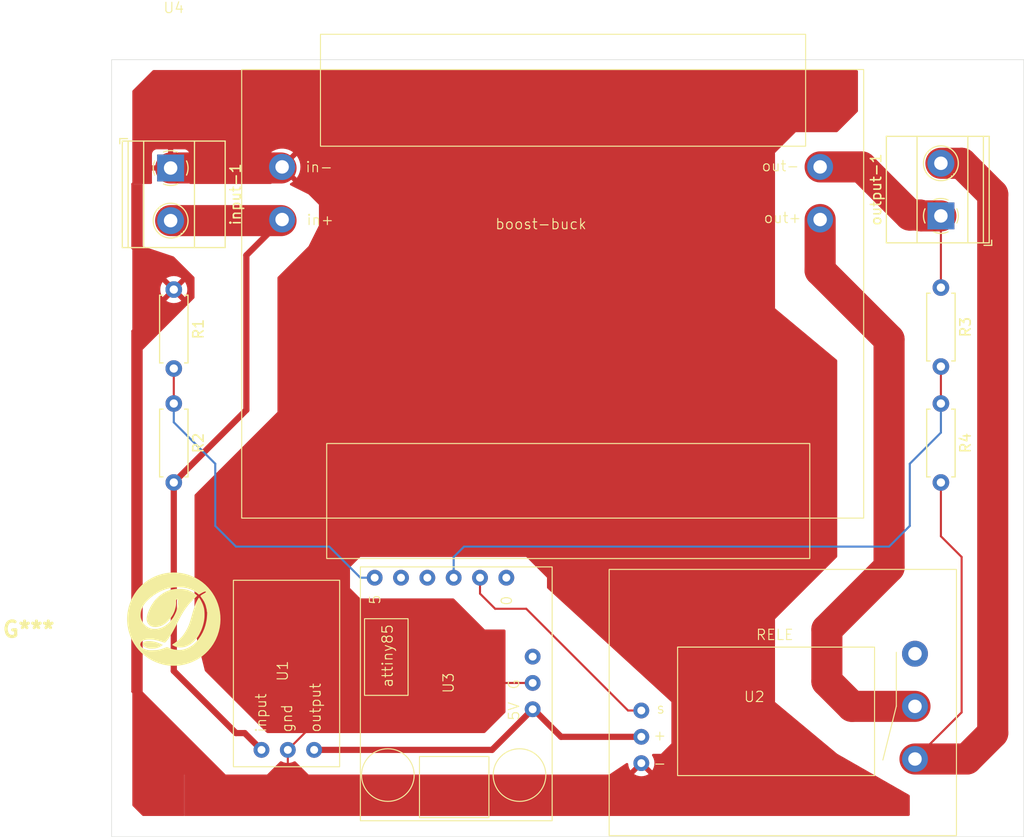
<source format=kicad_pcb>
(kicad_pcb (version 20240108) (generator "pcbnew") (generator_version "8.0")
  (layers (0 "F.Cu" signal) (31 "B.Cu" signal) (34 "B.Paste" user) (35 "F.Paste" user) (36 "B.SilkS" user "B.Silkscreen") (37 "F.SilkS" user "F.Silkscreen") (38 "B.Mask" user) (39 "F.Mask" user) (44 "Edge.Cuts" user))
  (net 0 "")
  (net 1 "Net-(U1-input)")
  (net 2 "GND1")
  (net 3 "Net-(U2-D_OFF)")
  (net 4 "Net-(U4-OUT-)")
  (net 5 "Net-(U3-P2)")
  (net 6 "Net-(U3-P5)")
  (net 7 "Net-(U1-output)")
  (net 8 "Net-(U2-input)")
  (net 9 "Net-(U2-S)")
  (footprint "Resistor_THT:R_Axial_DIN0207_L6.3mm_D2.5mm_P7.62mm_Horizontal" (layer "F.Cu") (at 96 86.19 -90)
    (property "Reference" "R2" (at 3.81 -2.37 90) (layer "F.SilkS"))
    (property "Value" "20K")
    (fp_line (start 0.54 1.37) (end 7.08 1.37) (stroke (width 0.12)) (layer "F.SilkS"))
    (fp_line (start 7.08 1.37) (end 7.08 1.04) (stroke (width 0.12)) (layer "F.SilkS"))
    (fp_line (start 0.54 1.04) (end 0.54 1.37) (stroke (width 0.12)) (layer "F.SilkS"))
    (fp_line (start 0.54 -1.04) (end 0.54 -1.37) (stroke (width 0.12)) (layer "F.SilkS"))
    (fp_line (start 0.54 -1.37) (end 7.08 -1.37) (stroke (width 0.12)) (layer "F.SilkS"))
    (fp_line (start 7.08 -1.37) (end 7.08 -1.04) (stroke (width 0.12)) (layer "F.SilkS"))
    (pad "1" thru_hole circle (at 0 0 270) (size 1.6 1.6) (drill 0.8) (layers "*.Cu" "*.Mask") (net 6 "Net-(U3-P5)"))
    (pad "2" thru_hole oval (at 7.62 0 270) (size 1.6 1.6) (drill 0.8) (layers "*.Cu" "*.Mask") (net 1 "Net-(U1-input)"))
  )
  (footprint "LOGO" (layer "F.Cu") (at 96 107)
    (property "Reference" "G***" (at -14 1 0) (layer "F.SilkS") (effects (font (size 1.5 1.5) (thickness 0.3))))
    (property "Value" "LOGO" (hide yes))
    (fp_poly (pts (xy -2.365859 2.115547) (xy -2.165561 2.128397) (xy -1.983463 2.152035) (xy -1.809005 2.18886) (xy -1.631631 2.241271) (xy -1.440783 2.311667) (xy -1.363228 2.343341) (xy -1.290202 2.373195) (xy -1.21818 2.401613) (xy -1.163975 2.421994) (xy -1.105234 2.448772) (xy -1.08058 2.477033) (xy -1.08899 2.510444) (xy -1.127829 2.551291) (xy -1.166817 2.579185) (xy -1.22557 2.614673) (xy -1.296028 2.653619) (xy -1.37013 2.691888) (xy -1.439816 2.725346) (xy -1.497024 2.749855) (xy -1.533695 2.761282) (xy -1.537836 2.761634) (xy -1.567075 2.771012) (xy -1.573107 2.77728) (xy -1.595647 2.790765) (xy -1.637154 2.802168) (xy -1.640107 2.802689) (xy -1.69276 2.812175) (xy -1.758545 2.824689) (xy -1.785388 2.829969) (xy -1.827347 2.835334) (xy -1.891904 2.84008) (xy -1.971707 2.844043) (xy -2.059403 2.847058) (xy -2.147639 2.848958) (xy -2.229062 2.849579) (xy -2.29632 2.848755) (xy -2.342059 2.846321) (xy -2.35853 2.842858) (xy -2.378905 2.836925) (xy -2.421862 2.829741) (xy -2.445014 2.826745) (xy -2.537848 2.806742) (xy -2.65383 2.766721) (xy -2.788365 2.708302) (xy -2.808251 2.698828) (xy -2.897392 2.641578) (xy -2.962316 2.570432) (xy -3.001526 2.490821) (xy -3.013524 2.408176) (xy -2.996811 2.327926) (xy -2.949889 2.255502) (xy -2.934673 2.240529) (xy -2.851858 2.186476) (xy -2.739879 2.146921) (xy -2.601935 2.122566) (xy -2.441227 2.114114)) (fill solid) (layer "F.SilkS"))
    (fp_poly (pts (xy 2.46129 -2.049387) (xy 2.49984 -2.001274) (xy 2.549508 -1.923574) (xy 2.608474 -1.819414) (xy 2.674917 -1.691922) (xy 2.70711 -1.627078) (xy 2.763034 -1.507548) (xy 2.808839 -1.395956) (xy 2.849176 -1.279606) (xy 2.888697 -1.145804) (xy 2.903711 -1.090582) (xy 2.930309 -0.962725) (xy 2.950047 -0.808981) (xy 2.962651 -0.63802) (xy 2.967846 -0.458512) (xy 2.965357 -0.279129) (xy 2.95491 -0.108542) (xy 2.939072 0.026385) (xy 2.92456 0.11926) (xy 2.910079 0.205975) (xy 2.89725 0.277177) (xy 2.887696 0.32351) (xy 2.887232 0.325415) (xy 2.84804 0.479843) (xy 2.812118 0.61098) (xy 2.776036 0.730072) (xy 2.736368 0.848363) (xy 2.689683 0.977098) (xy 2.683426 0.993836) (xy 2.647728 1.08056) (xy 2.599091 1.186901) (xy 2.542093 1.303883) (xy 2.48131 1.422528) (xy 2.42132 1.53386) (xy 2.366699 1.628901) (xy 2.329972 1.687129) (xy 2.156842 1.922927) (xy 1.976172 2.12654) (xy 1.784971 2.300668) (xy 1.58025 2.448012) (xy 1.359018 2.571271) (xy 1.341354 2.579773) (xy 1.245503 2.622064) (xy 1.150149 2.656102) (xy 1.042843 2.685881) (xy 0.932271 2.710967) (xy 0.863891 2.721398) (xy 0.776168 2.729103) (xy 0.679115 2.733828) (xy 0.582746 2.735323) (xy 0.497074 2.733335) (xy 0.432111 2.727612) (xy 0.413365 2.724023) (xy 0.295338 2.693) (xy 0.199685 2.663877) (xy 0.114138 2.632424) (xy 0.026431 2.594409) (xy -0.004862 2.579806) (xy -0.084765 2.539194) (xy -0.135205 2.507083) (xy -0.154379 2.484656) (xy -0.154377 2.481776) (xy -0.138413 2.459353) (xy -0.102902 2.42616) (xy -0.058043 2.39021) (xy -0.014034 2.359516) (xy 0.018925 2.342092) (xy 0.025253 2.340641) (xy 0.046724 2.329528) (xy 0.085426 2.301942) (xy 0.121998 2.272843) (xy 0.183351 2.224834) (xy 0.255103 2.172761) (xy 0.299204 2.142781) (xy 0.35036 2.10426) (xy 0.419231 2.045308) (xy 0.49997 1.971616) (xy 0.586729 1.888879) (xy 0.67366 1.802788) (xy 0.754916 1.719035) (xy 0.824649 1.643312) (xy 0.877012 1.581313) (xy 0.880258 1.57714) (xy 0.99077 1.423174) (xy 1.104235 1.24585) (xy 1.214791 1.055579) (xy 1.316578 0.862773) (xy 1.403733 0.677842) (xy 1.451273 0.56288) (xy 1.472577 0.507723) (xy 1.490566 0.46137) (xy 1.495576 0.448545) (xy 1.501527 0.432278) (xy 1.510201 0.406394) (xy 1.522666 0.367448) (xy 1.53999 0.311995) (xy 1.563243 0.236588) (xy 1.593491 0.137782) (xy 1.631805 0.012131) (xy 1.678313 -0.140721) (xy 1.70362 -0.225223) (xy 1.725963 -0.302163) (xy 1.742788 -0.362598) (xy 1.751163 -0.395776) (xy 1.763048 -0.442758) (xy 1.781158 -0.505707) (xy 1.79341 -0.545291) (xy 1.813097 -0.609733) (xy 1.837073 -0.69223) (xy 1.860712 -0.776804) (xy 1.864719 -0.791552) (xy 1.884194 -0.860837) (xy 1.901521 -0.917521) (xy 1.913909 -0.952658) (xy 1.916844 -0.958657) (xy 1.92846 -0.985209) (xy 1.944191 -1.03185) (xy 1.951215 -1.055402) (xy 1.970989 -1.119935) (xy 1.992115 -1.182381) (xy 1.997173 -1.196122) (xy 2.01408 -1.241085) (xy 2.038756 -1.307076) (xy 2.066734 -1.38214) (xy 2.076054 -1.407203) (xy 2.110339 -1.493182) (xy 2.152789 -1.590128) (xy 2.200149 -1.691555) (xy 2.249161 -1.790979) (xy 2.296569 -1.881916) (xy 2.339117 -1.957882) (xy 2.373547 -2.012392) (xy 2.39093 -2.034166) (xy 2.421534 -2.061458) (xy 2.441651 -2.064804)) (fill solid) (layer "F.SilkS"))
    (fp_poly (pts (xy 0.311258 -4.494458) (xy 0.683591 -4.453241) (xy 1.054459 -4.380306) (xy 1.421976 -4.275057) (xy 1.784256 -4.136898) (xy 2.075623 -3.998874) (xy 2.421418 -3.800541) (xy 2.744822 -3.575103) (xy 3.045456 -3.3229) (xy 3.32294 -3.044269) (xy 3.576895 -2.739549) (xy 3.737457 -2.515374) (xy 3.943862 -2.177784) (xy 4.118245 -1.827438) (xy 4.260489 -1.466409) (xy 4.370476 -1.096769) (xy 4.448088 -0.72059) (xy 4.493207 -0.339944) (xy 4.505715 0.043097) (xy 4.485493 0.426462) (xy 4.432424 0.808078) (xy 4.34639 1.185873) (xy 4.227272 1.557776) (xy 4.074952 1.921714) (xy 3.999021 2.075623) (xy 3.80285 2.417624) (xy 3.579678 2.738116) (xy 3.331216 3.035924) (xy 3.059175 3.309868) (xy 2.765266 3.558772) (xy 2.451198 3.781457) (xy 2.118684 3.976747) (xy 1.769432 4.143464) (xy 1.405154 4.280431) (xy 1.027559 4.386469) (xy 0.63836 4.460402) (xy 0.510218 4.477255) (xy 0.37606 4.489099) (xy 0.218217 4.496734) (xy 0.04703 4.500164) (xy -0.127158 4.499393) (xy -0.294008 4.494426) (xy -0.443177 4.485267) (xy -0.527848 4.476816) (xy -0.921978 4.411485) (xy -1.306795 4.312514) (xy -1.680522 4.180562) (xy -2.041382 4.01629) (xy -2.387597 3.82036) (xy -2.515374 3.737457) (xy -2.832492 3.50365) (xy -3.123731 3.24742) (xy -3.388598 2.970702) (xy -3.626599 2.67543) (xy -3.770535 2.462308) (xy -3.234295 2.462308) (xy -3.221974 2.523166) (xy -3.200985 2.573861) (xy -3.131903 2.679706) (xy -3.03069 2.772272) (xy -2.897909 2.851272) (xy -2.73412 2.916423) (xy -2.539884 2.967439) (xy -2.365859 2.997481) (xy -2.309733 3.001636) (xy -2.226302 3.003182) (xy -2.12332 3.002413) (xy -2.008542 2.999623) (xy -1.889723 2.995104) (xy -1.774616 2.98915) (xy -1.670977 2.982055) (xy -1.586561 2.974111) (xy -1.530333 2.965864) (xy -1.4205 2.943215) (xy -1.337475 2.925485) (xy -1.273555 2.910768) (xy -1.221037 2.897158) (xy -1.172218 2.88275) (xy -1.119394 2.865636) (xy -1.102702 2.860055) (xy -1.024029 2.832464) (xy -0.929976 2.797753) (xy -0.837662 2.762277) (xy -0.814194 2.752966) (xy -0.655578 2.689482) (xy -0.560857 2.731911) (xy -0.397346 2.801885) (xy -0.252365 2.855724) (xy -0.114918 2.896418) (xy 0.025995 2.926956) (xy 0.18137 2.950328) (xy 0.286344 2.962178) (xy 0.498552 2.975647) (xy 0.69712 2.96976) (xy 0.887937 2.943025) (xy 1.076893 2.893948) (xy 1.269878 2.821036) (xy 1.472782 2.722797) (xy 1.667936 2.611979) (xy 1.736968 2.565072) (xy 1.82151 2.499285) (xy 1.915552 2.420152) (xy 2.013085 2.333209) (xy 2.108098 2.243988) (xy 2.194583 2.158024) (xy 2.266529 2.08085) (xy 2.317926 2.018002) (xy 2.326803 2.005263) (xy 2.355362 1.964128) (xy 2.393136 1.912) (xy 2.408809 1.890928) (xy 2.612756 1.59194) (xy 2.787876 1.277608) (xy 2.932488 0.951612) (xy 3.044912 0.617631) (xy 3.10782 0.360595) (xy 3.123675 0.284438) (xy 3.139707 0.209242) (xy 3.150883 0.15831) (xy 3.163801 0.08949) (xy 3.176171 0.00285) (xy 3.187645 -0.096265) (xy 3.197875 -0.202513) (xy 3.206513 -0.310548) (xy 3.213211 -0.415027) (xy 3.217621 -0.510607) (xy 3.219395 -0.591942) (xy 3.218185 -0.65369) (xy 3.213643 -0.690506) (xy 3.206658 -0.698065) (xy 3.19802 -0.70882) (xy 3.190816 -0.746368) (xy 3.1869 -0.79717) (xy 3.18203 -0.865323) (xy 3.173874 -0.927156) (xy 3.167042 -0.958657) (xy 3.155417 -1.001944) (xy 3.139546 -1.06623) (xy 3.122721 -1.138152) (xy 3.121541 -1.143352) (xy 3.093624 -1.258706) (xy 3.065875 -1.353197) (xy 3.033757 -1.440827) (xy 2.998594 -1.522678) (xy 2.970515 -1.584915) (xy 2.945519 -1.640338) (xy 2.931674 -1.671053) (xy 2.907385 -1.71573) (xy 2.874879 -1.765393) (xy 2.871929 -1.769459) (xy 2.846152 -1.807376) (xy 2.8326 -1.832744) (xy 2.831994 -1.835602) (xy 2.822373 -1.855955) (xy 2.797524 -1.895638) (xy 2.763466 -1.94594) (xy 2.726217 -1.998151) (xy 2.691797 -2.043562) (xy 2.671419 -2.067962) (xy 2.647069 -2.10079) (xy 2.638504 -2.122404) (xy 2.626633 -2.146696) (xy 2.603324 -2.172369) (xy 2.576906 -2.203886) (xy 2.568144 -2.226494) (xy 2.583153 -2.255822) (xy 2.624864 -2.296653) (xy 2.688298 -2.345193) (xy 2.768476 -2.397646) (xy 2.86042 -2.450217) (xy 2.864282 -2.452274) (xy 2.969671 -2.511359) (xy 3.043243 -2.560096) (xy 3.086409 -2.5997) (xy 3.100577 -2.631389) (xy 3.093458 -2.650175) (xy 3.058168 -2.665724) (xy 2.997722 -2.65991) (xy 2.914285 -2.633536) (xy 2.810017 -2.587406) (xy 2.687082 -2.522326) (xy 2.579943 -2.459122) (xy 2.516823 -2.42182) (xy 2.463571 -2.392941) (xy 2.428193 -2.376711) (xy 2.419961 -2.374654) (xy 2.392773 -2.386714) (xy 2.364187 -2.41196) (xy 2.333687 -2.440138) (xy 2.280903 -2.483126) (xy 2.212534 -2.535796) (xy 2.135281 -2.593021) (xy 2.055845 -2.649672) (xy 2.031648 -2.666437) (xy 1.917476 -2.735298) (xy 1.777572 -2.80437) (xy 1.621167 -2.86996) (xy 1.457492 -2.928372) (xy 1.295778 -2.97591) (xy 1.204916 -2.997384) (xy 1.122412 -3.014948) (xy 1.034876 -3.033746) (xy 0.976246 -3.046449) (xy 0.917281 -3.054804) (xy 0.829862 -3.061335) (xy 0.720665 -3.066042) (xy 0.59637 -3.06893) (xy 0.463653 -3.069999) (xy 0.329193 -3.069253) (xy 0.199667 -3.066694) (xy 0.081753 -3.062324) (xy -0.017871 -3.056146) (xy -0.092528 -3.048162) (xy -0.105541 -3.046057) (xy -0.22052 -3.02391) (xy -0.343176 -2.997251) (xy -0.468077 -2.967567) (xy -0.589793 -2.936346) (xy -0.702894 -2.905075) (xy -0.801949 -2.875243) (xy -0.88153 -2.848336) (xy -0.936204 -2.825842) (xy -0.957777 -2.812595) (xy -0.987916 -2.799526) (xy -1.011427 -2.796815) (xy -1.04971 -2.789153) (xy -1.065685 -2.779496) (xy -1.08843 -2.765606) (xy -1.135889 -2.742016) (xy -1.20027 -2.71248) (xy -1.248891 -2.691275) (xy -1.396864 -2.621583) (xy -1.561019 -2.533093) (xy -1.732083 -2.43129) (xy -1.900781 -2.321658) (xy -2.037109 -2.225139) (xy -2.15735 -2.132403) (xy -2.280903 -2.030365) (xy -2.402312 -1.924062) (xy -2.516126 -1.818531) (xy -2.61689 -1.718811) (xy -2.699153 -1.629938) (xy -2.751721 -1.564962) (xy -2.799649 -1.49787) (xy -2.849441 -1.425827) (xy -2.895215 -1.357576) (xy -2.931089 -1.301865) (xy -2.949055 -1.271557) (xy -2.973352 -1.226682) (xy -2.996913 -1.183607) (xy -3.02397 -1.129894) (xy -3.057521 -1.057102) (xy -3.091473 -0.979002) (xy -3.119731 -0.909365) (xy -3.127597 -0.888297) (xy -3.162968 -0.759878) (xy -3.186826 -0.609828) (xy -3.198487 -0.449986) (xy -3.197263 -0.292195) (xy -3.18247 -0.148295) (xy -3.173258 -0.100218) (xy -3.114104 0.08814) (xy -3.02433 0.26778) (xy -2.90793 0.434649) (xy -2.768893 0.584693) (xy -2.61121 0.713859) (xy -2.438874 0.818092) (xy -2.255874 0.89334) (xy -2.172369 0.916371) (xy -2.107727 0.926507) (xy -2.017958 0.93398) (xy -1.913027 0.938609) (xy -1.8029 0.940213) (xy -1.69754 0.938613) (xy -1.606914 0.933629) (xy -1.55445 0.927537) (xy -1.341928 0.879521) (xy -1.134187 0.804073) (xy -0.925355 0.698814) (xy -0.798834 0.621493) (xy -0.694656 0.546562) (xy -0.58204 0.4533) (xy -0.4718 0.351495) (xy -0.374751 0.250936) (xy -0.325802 0.193324) (xy -0.296955 0.157725) (xy -0.254569 0.106249) (xy -0.207744 0.049949) (xy -0.207069 0.049143) (xy -0.166413 -0.001515) (xy -0.136597 -0.042556) (xy -0.12334 -0.066039) (xy -0.123131 -0.067436) (xy -0.11103 -0.090762) (xy -0.094913 -0.107061) (xy -0.063984 -0.143075) (xy -0.050751 -0.166383) (xy -0.031772 -0.203307) (xy -0.003045 -0.253397) (xy 0.008629 -0.272646) (xy 0.052518 -0.350197) (xy 0.103083 -0.449644) (xy 0.155097 -0.559776) (xy 0.203336 -0.669382) (xy 0.242574 -0.767251) (xy 0.254184 -0.799456) (xy 0.311928 -1.000552) (xy 0.356441 -1.229053) (xy 0.38676 -1.479393) (xy 0.397182 -1.627078) (xy 0.400789 -1.710273) (xy 0.400363 -1.767252) (xy 0.394898 -1.806847) (xy 0.383387 -1.837891) (xy 0.370641 -1.860146) (xy 0.330958 -1.904522) (xy 0.290603 -1.91425) (xy 0.251428 -1.889191) (xy 0.237047 -1.870232) (xy 0.222513 -1.842343) (xy 0.214507 -1.808111) (xy 0.212221 -1.758965) (xy 0.214845 -1.686334) (xy 0.216713 -1.654755) (xy 0.217168 -1.491984) (xy 0.200778 -1.314147) (xy 0.16906 -1.136185) (xy 0.160391 -1.099377) (xy 0.136693 -1.003777) (xy 0.119208 -0.934816) (xy 0.105894 -0.884937) (xy 0.094711 -0.846581) (xy 0.083615 -0.812191) (xy 0.079598 -0.800347) (xy 0.043251 -0.705619) (xy -0.00424 -0.598095) (xy -0.057083 -0.489733) (xy -0.109487 -0.392486) (xy -0.149761 -0.326897) (xy -0.187364 -0.270801) (xy -0.218815 -0.223365) (xy -0.237363 -0.194771) (xy -0.237466 -0.194607) (xy -0.32201 -0.074888) (xy -0.429866 0.053406) (xy -0.553885 0.183459) (xy -0.686923 0.308456) (xy -0.821832 0.421584) (xy -0.951465 0.516026) (xy -1.038288 0.56905) (xy -1.212019 0.65106) (xy -1.394042 0.712358) (xy -1.577605 0.751783) (xy -1.755954 0.768173) (xy -1.922335 0.760363) (xy -2.029085 0.739603) (xy -2.135359 0.707804) (xy -2.218082 0.673834) (xy -2.288654 0.631513) (xy -2.358477 0.574663) (xy -2.393049 0.54235) (xy -2.492678 0.42266) (xy -2.565162 0.28333) (xy -2.608446 0.129385) (xy -2.620749 -0.014051) (xy -2.61556 -0.096534) (xy -2.601763 -0.198942) (xy -2.581668 -0.309475) (xy -2.557588 -0.416333) (xy -2.531835 -0.507718) (xy -2.514934 -0.554086) (xy -2.501799 -0.588494) (xy -2.482043 -0.643874) (xy -2.461518 -0.703602) (xy -2.435338 -0.772529) (xy -2.397191 -0.861952) (xy -2.351164 -0.963316) (xy -2.301345 -1.068066) (xy -2.251819 -1.167645) (xy -2.206673 -1.253501) (xy -2.169994 -1.317076) (xy -2.164049 -1.326343) (xy -2.13385 -1.372243) (xy -2.091087 -1.43731) (xy -2.042495 -1.511294) (xy -2.012675 -1.556718) (xy -1.960936 -1.63527) (xy -1.921577 -1.69332) (xy -1.887685 -1.739784) (xy -1.852346 -1.783577) (xy -1.808646 -1.833615) (xy -1.749673 -1.898813) (xy -1.734254 -1.915756) (xy -1.49633 -2.154467) (xy -1.246289 -2.360628) (xy -0.982546 -2.535255) (xy -0.70352 -2.679363) (xy -0.407628 -2.793969) (xy -0.325416 -2.819754) (xy -0.084381 -2.877343) (xy 0.179961 -2.913745) (xy 0.462551 -2.928578) (xy 0.758326 -2.921459) (xy 0.888296 -2.911554) (xy 1.109153 -2.878272) (xy 1.332941 -2.820298) (xy 1.551614 -2.740791) (xy 1.757126 -2.642913) (xy 1.941429 -2.529825) (xy 2.029845 -2.463102) (xy 2.116521 -2.391544) (xy 2.178644 -2.338216) (xy 2.219567 -2.299929) (xy 2.242649 -2.273496) (xy 2.251243 -2.25573) (xy 2.251523 -2.252537) (xy 2.239331 -2.23168) (xy 2.207886 -2.196975) (xy 2.177477 -2.168185) (xy 2.060335 -2.060332) (xy 1.936817 -1.940982) (xy 1.811565 -1.815067) (xy 1.689217 -1.687518) (xy 1.574414 -1.563267) (xy 1.471794 -1.447245) (xy 1.385998 -1.344383) (xy 1.321665 -1.259613) (xy 1.318816 -1.255535) (xy 1.295228 -1.2229) (xy 1.258214 -1.17306) (xy 1.215741 -1.11674) (xy 1.215272 -1.116123) (xy 1.177208 -1.064668) (xy 1.131061 -1.000214) (xy 1.080943 -0.928767) (xy 1.030966 -0.856335) (xy 0.985244 -0.788923) (xy 0.947888 -0.732537) (xy 0.923012 -0.693184) (xy 0.914681 -0.677122) (xy 0.905948 -0.659262) (xy 0.883198 -0.620722) (xy 0.855513 -0.576415) (xy 0.791691 -0.471806) (xy 0.716542 -0.340768) (xy 0.633134 -0.188971) (xy 0.544535 -0.022086) (xy 0.453813 0.154216) (xy 0.377036 0.307825) (xy 0.267102 0.528424) (xy 0.161331 0.735842) (xy 0.061757 0.92624) (xy -0.029587 1.095781) (xy -0.110666 1.240629) (xy -0.176284 1.35179) (xy -0.214331 1.41485) (xy -0.257676 1.487969) (xy -0.282427 1.530332) (xy -0.322171 1.595255) (xy -0.371972 1.671635) (xy -0.419912 1.741315) (xy -0.460848 1.799232) (xy -0.495265 1.848777) (xy -0.516777 1.880737) (xy -0.518906 1.884106) (xy -0.560265 1.947297) (xy -0.607826 2.011093) (xy -0.668674 2.084642) (xy -0.718329 2.141585) (xy -0.771841 2.200489) (xy -0.815575 2.240196) (xy -0.856903 2.261767) (xy -0.903199 2.266265) (xy -0.961834 2.254753) (xy -1.040182 2.228292) (xy -1.116967 2.199023) (xy -1.148657 2.188514) (xy -1.204853 2.171468) (xy -1.276151 2.1507) (xy -1.319252 2.13847) (xy -1.398934 2.115963) (xy -1.472778 2.0949) (xy -1.52955 2.078493) (xy -1.547923 2.07307) (xy -1.600291 2.05973) (xy -1.669014 2.045179) (xy -1.715028 2.036747) (xy -1.777995 2.024664) (xy -1.830985 2.012024) (xy -1.855748 2.00412) (xy -1.915578 1.988361) (xy -2.009887 1.976695) (xy -2.13821 1.969159) (xy -2.300081 1.965792) (xy -2.321884 1.965669) (xy -2.473693 1.96782) (xy -2.599757 1.976824) (xy -2.709135 1.99441) (xy -2.810885 2.022307) (xy -2.914068 2.062244) (xy -2.975753 2.090465) (xy -3.062674 2.137332) (xy -3.123781 2.185719) (xy -3.167691 2.24435) (xy -3.202141 2.319612) (xy -3.227664 2.399001) (xy -3.234295 2.462308) (xy -3.770535 2.462308) (xy -3.837241 2.363538) (xy -4.02003 2.036961) (xy -4.174473 1.697633) (xy -4.300074 1.347487) (xy -4.396342 0.988459) (xy -4.462782 0.622483) (xy -4.498901 0.251492) (xy -4.504203 -0.122578) (xy -4.478199 -0.497794) (xy -4.420391 -0.872221) (xy -4.330287 -1.243925) (xy -4.207393 -1.610972) (xy -4.051216 -1.971427) (xy -3.999022 -2.075624) (xy -3.804216 -2.415744) (xy -3.58447 -2.732508) (xy -3.341671 -3.025317) (xy -3.077704 -3.293575) (xy -2.794455 -3.536684) (xy -2.493811 -3.754048) (xy -2.177657 -3.945069) (xy -1.84788 -4.10915) (xy -1.506366 -4.245693) (xy -1.155 -4.354103) (xy -0.795668 -4.433782) (xy -0.430258 -4.484132) (xy -0.060653 -4.504555)) (fill solid) (layer "F.SilkS"))
  )
  (footprint "TerminalBlock_Phoenix:TerminalBlock_Phoenix_MKDS-1,5-2-5.08_1x02_P5.08mm_Horizontal" (layer "F.Cu") (at 170 68.08 90)
    (property "Reference" "output-1" (at 2.54 -6.26 90) (layer "F.SilkS"))
    (property "Value" "output+")
    (fp_line (start 7.68 -5.261) (end 7.68 4.66) (stroke (width 0.12)) (layer "F.SilkS"))
    (fp_line (start -2.6 -5.261) (end 7.68 -5.261) (stroke (width 0.12)) (layer "F.SilkS"))
    (fp_line (start -2.6 -5.261) (end -2.6 4.66) (stroke (width 0.12)) (layer "F.SilkS"))
    (fp_line (start -2.6 -2.301) (end 7.68 -2.301) (stroke (width 0.12)) (layer "F.SilkS"))
    (fp_line (start 6.15 -1.275) (end 6.115 -1.239) (stroke (width 0.12)) (layer "F.SilkS"))
    (fp_line (start 6.355 -1.069) (end 6.308 -1.023) (stroke (width 0.12)) (layer "F.SilkS"))
    (fp_line (start 3.853 1.023) (end 3.806 1.069) (stroke (width 0.12)) (layer "F.SilkS"))
    (fp_line (start 4.046 1.239) (end 4.011 1.274) (stroke (width 0.12)) (layer "F.SilkS"))
    (fp_line (start -2.6 2.6) (end 7.68 2.6) (stroke (width 0.12)) (layer "F.SilkS"))
    (fp_line (start -2.6 4.1) (end 7.68 4.1) (stroke (width 0.12)) (layer "F.SilkS"))
    (fp_line (start -2.84 4.16) (end -2.84 4.9) (stroke (width 0.12)) (layer "F.SilkS"))
    (fp_line (start -2.6 4.66) (end 7.68 4.66) (stroke (width 0.12)) (layer "F.SilkS"))
    (fp_line (start -2.84 4.9) (end -2.34 4.9) (stroke (width 0.12)) (layer "F.SilkS"))
    (fp_arc (start -0.683042 -1.535427) (mid 0.000524 -1.680501) (end 0.684 -1.535) (stroke (width 0.12)) (layer "F.SilkS"))
    (fp_arc (start 1.535427 -0.683042) (mid 1.680501 0.000524) (end 1.535 0.684) (stroke (width 0.12)) (layer "F.SilkS"))
    (fp_arc (start -1.535427 0.683042) (mid -1.680501 -0.000524) (end -1.535 -0.684) (stroke (width 0.12)) (layer "F.SilkS"))
    (fp_arc (start 0.683318 1.534756) (mid 0.349292 1.643288) (end 0 1.68) (stroke (width 0.12)) (layer "F.SilkS"))
    (fp_arc (start 0.028805 1.680253) (mid -0.335551 1.646659) (end -0.684 1.535) (stroke (width 0.12)) (layer "F.SilkS"))
    (fp_circle (center 5.08 0) (end 6.76 0) (stroke (width 0.12)) (fill none) (layer "F.SilkS"))
    (pad "1" thru_hole rect (at 0 0 90) (size 2.6 2.6) (drill 1.3) (layers "*.Cu" "*.Mask") (net 4 "Net-(U4-OUT-)"))
    (pad "2" thru_hole circle (at 5.08 0 90) (size 2.6 2.6) (drill 1.3) (layers "*.Cu" "*.Mask") (net 3 "Net-(U2-D_OFF)"))
  )
  (footprint "1_my_library_pcbs:SH-PWS14-1" (layer "F.Cu") (at 131.55 76.05)
    (property "Reference" "U4" (at -35.55 -28.05 0) (layer "F.SilkS") (effects (font (thickness 0.1))))
    (property "Value" "~")
    (fp_rect (start -29 -22.1) (end 31 21.2) (stroke (width 0.1)) (fill none) (layer "F.SilkS"))
    (fp_rect (start -21.4 -25.5) (end 25.4 -14.7) (stroke (width 0.1)) (fill none) (layer "F.SilkS"))
    (fp_rect (start -20.8 14) (end 25.8 25.1) (stroke (width 0.1)) (fill none) (layer "F.SilkS"))
    (fp_text user "boost-buck" (at -4.6 -6.6 0) (layer "F.SilkS") (effects (font (thickness 0.1)) (justify left bottom)))
    (fp_text user "out+" (at 21.3 -7.2 0) (layer "F.SilkS") (effects (font (thickness 0.1)) (justify left bottom)))
    (fp_text user "out-" (at 21.1 -12.2 0) (layer "F.SilkS") (effects (font (thickness 0.1)) (justify left bottom)))
    (fp_text user "in+" (at -22.8 -7 0) (layer "F.SilkS") (effects (font (thickness 0.1)) (justify left bottom)))
    (fp_text user "in-" (at -22.9 -12.1 0) (layer "F.SilkS") (effects (font (thickness 0.1)) (justify left bottom)))
    (pad "1" thru_hole circle (at -25.1 -12.7) (size 2.524 2.524) (drill 1.3) (layers "*.Cu" "*.Mask") (net 2 "GND1"))
    (pad "2" thru_hole circle (at -25.1 -7.62) (size 2.5 2.5) (drill 1.3) (layers "*.Cu" "*.Mask") (net 1 "Net-(U1-input)"))
    (pad "3" thru_hole circle (at 26.8 -12.7) (size 2.5 2.5) (drill 1.3) (layers "*.Cu" "*.Mask") (net 4 "Net-(U4-OUT-)"))
    (pad "4" thru_hole circle (at 26.8 -7.62) (size 2.5 2.5) (drill 1.3) (layers "*.Cu" "*.Mask") (net 8 "Net-(U2-input)"))
  )
  (footprint "Resistor_THT:R_Axial_DIN0207_L6.3mm_D2.5mm_P7.62mm_Horizontal" (layer "F.Cu") (at 170 86.19 -90)
    (property "Reference" "R4" (at 3.81 -2.37 90) (layer "F.SilkS"))
    (property "Value" "20K")
    (fp_line (start 0.54 1.37) (end 7.08 1.37) (stroke (width 0.12)) (layer "F.SilkS"))
    (fp_line (start 7.08 1.37) (end 7.08 1.04) (stroke (width 0.12)) (layer "F.SilkS"))
    (fp_line (start 0.54 1.04) (end 0.54 1.37) (stroke (width 0.12)) (layer "F.SilkS"))
    (fp_line (start 0.54 -1.04) (end 0.54 -1.37) (stroke (width 0.12)) (layer "F.SilkS"))
    (fp_line (start 0.54 -1.37) (end 7.08 -1.37) (stroke (width 0.12)) (layer "F.SilkS"))
    (fp_line (start 7.08 -1.37) (end 7.08 -1.04) (stroke (width 0.12)) (layer "F.SilkS"))
    (pad "1" thru_hole circle (at 0 0 270) (size 1.6 1.6) (drill 0.8) (layers "*.Cu" "*.Mask") (net 5 "Net-(U3-P2)"))
    (pad "2" thru_hole oval (at 7.62 0 270) (size 1.6 1.6) (drill 0.8) (layers "*.Cu" "*.Mask") (net 3 "Net-(U2-D_OFF)"))
  )
  (footprint "TerminalBlock_Phoenix:TerminalBlock_Phoenix_MKDS-1,5-2-5.08_1x02_P5.08mm_Horizontal" (layer "F.Cu") (at 95.695 63.455 -90)
    (property "Reference" "input-1" (at 2.54 -6.26 90) (layer "F.SilkS"))
    (property "Value" "input+")
    (fp_line (start -2.84 4.9) (end -2.34 4.9) (stroke (width 0.12)) (layer "F.SilkS"))
    (fp_line (start -2.6 4.66) (end 7.68 4.66) (stroke (width 0.12)) (layer "F.SilkS"))
    (fp_line (start -2.84 4.16) (end -2.84 4.9) (stroke (width 0.12)) (layer "F.SilkS"))
    (fp_line (start -2.6 4.1) (end 7.68 4.1) (stroke (width 0.12)) (layer "F.SilkS"))
    (fp_line (start -2.6 2.6) (end 7.68 2.6) (stroke (width 0.12)) (layer "F.SilkS"))
    (fp_line (start 4.046 1.239) (end 4.011 1.274) (stroke (width 0.12)) (layer "F.SilkS"))
    (fp_line (start 3.853 1.023) (end 3.806 1.069) (stroke (width 0.12)) (layer "F.SilkS"))
    (fp_line (start 6.355 -1.069) (end 6.308 -1.023) (stroke (width 0.12)) (layer "F.SilkS"))
    (fp_line (start 6.15 -1.275) (end 6.115 -1.239) (stroke (width 0.12)) (layer "F.SilkS"))
    (fp_line (start -2.6 -2.301) (end 7.68 -2.301) (stroke (width 0.12)) (layer "F.SilkS"))
    (fp_line (start -2.6 -5.261) (end -2.6 4.66) (stroke (width 0.12)) (layer "F.SilkS"))
    (fp_line (start -2.6 -5.261) (end 7.68 -5.261) (stroke (width 0.12)) (layer "F.SilkS"))
    (fp_line (start 7.68 -5.261) (end 7.68 4.66) (stroke (width 0.12)) (layer "F.SilkS"))
    (fp_arc (start 0.028805 1.680253) (mid -0.335551 1.646659) (end -0.684 1.535) (stroke (width 0.12)) (layer "F.SilkS"))
    (fp_arc (start 0.683318 1.534756) (mid 0.349292 1.643288) (end 0 1.68) (stroke (width 0.12)) (layer "F.SilkS"))
    (fp_arc (start -1.535427 0.683042) (mid -1.680501 -0.000524) (end -1.535 -0.684) (stroke (width 0.12)) (layer "F.SilkS"))
    (fp_arc (start 1.535427 -0.683042) (mid 1.680501 0.000524) (end 1.535 0.684) (stroke (width 0.12)) (layer "F.SilkS"))
    (fp_arc (start -0.683042 -1.535427) (mid 0.000524 -1.680501) (end 0.684 -1.535) (stroke (width 0.12)) (layer "F.SilkS"))
    (fp_circle (center 5.08 0) (end 6.76 0) (stroke (width 0.12)) (fill none) (layer "F.SilkS"))
    (pad "1" thru_hole rect (at 0 0 270) (size 2.6 2.6) (drill 1.3) (layers "*.Cu" "*.Mask") (net 2 "GND1"))
    (pad "2" thru_hole circle (at 5.08 0 270) (size 2.6 2.6) (drill 1.3) (layers "*.Cu" "*.Mask") (net 1 "Net-(U1-input)"))
  )
  (footprint "1_my_library_pcbs:DD4012SA-5V" (layer "F.Cu") (at 107 112 90)
    (property "Reference" "U1" (at 0 -0.5 90) (layer "F.SilkS") (effects (font (thickness 0.1))))
    (property "Value" "~")
    (fp_rect (start -9.25 -5.25) (end 8.75 5) (stroke (width 0.1)) (fill none) (layer "F.SilkS"))
    (fp_text user "gnd" (at -6 0.5 90) (layer "F.SilkS") (effects (font (thickness 0.1)) (justify left bottom)))
    (fp_text user "input" (at -6 -2 90) (layer "F.SilkS") (effects (font (thickness 0.1)) (justify left bottom)))
    (fp_text user "output" (at -6 3.25 90) (layer "F.SilkS") (effects (font (thickness 0.1)) (justify left bottom)))
    (pad "1" thru_hole circle (at -7.62 -2.54 90) (size 1.524 1.524) (drill 0.762) (layers "*.Cu" "*.Mask") (net 1 "Net-(U1-input)"))
    (pad "2" thru_hole circle (at -7.62 0 90) (size 1.524 1.524) (drill 0.762) (layers "*.Cu" "*.Mask") (net 2 "GND1"))
    (pad "3" thru_hole circle (at -7.62 2.54 90) (size 1.524 1.524) (drill 0.762) (layers "*.Cu" "*.Mask") (net 7 "Net-(U1-output)"))
  )
  (footprint "1_my_library_pcbs:rele_board" (layer "F.Cu") (at 152 115)
    (property "Reference" "U2" (at 0 -0.5 0) (layer "F.SilkS") (effects (font (thickness 0.1))))
    (property "Value" "~")
    (fp_line (start 13.7 -4.8) (end 13.7 0.4) (stroke (width 0.1)) (layer "F.SilkS"))
    (fp_line (start 13.7 0.4) (end 12.4 5.6) (stroke (width 0.1)) (layer "F.SilkS"))
    (fp_rect (start -14 -12.8) (end 19.5 12.9) (stroke (width 0.1)) (fill none) (layer "F.SilkS"))
    (fp_rect (start -7.4 -5.3) (end 11.6 7.1) (stroke (width 0.1)) (fill none) (layer "F.SilkS"))
    (fp_text user "+" (at -9.8 3.8 0) (layer "F.SilkS") (effects (font (thickness 0.1)) (justify left bottom)))
    (fp_text user "-" (at -9.8 6.5 0) (layer "F.SilkS") (effects (font (thickness 0.1)) (justify left bottom)))
    (fp_text user "RELE" (at 0.1 -5.9 0) (layer "F.SilkS") (effects (font (thickness 0.1)) (justify left bottom)))
    (fp_text user "s" (at -9.5 1.2 0) (layer "F.SilkS") (effects (font (thickness 0.1)) (justify left bottom)))
    (pad "1" thru_hole circle (at -10.9 0.82) (size 1.524 1.524) (drill 0.762) (layers "*.Cu" "*.Mask") (net 9 "Net-(U2-S)"))
    (pad "2" thru_hole circle (at -10.9 3.36) (size 1.524 1.524) (drill 0.762) (layers "*.Cu" "*.Mask") (net 7 "Net-(U1-output)"))
    (pad "3" thru_hole circle (at -10.9 5.9) (size 1.524 1.524) (drill 0.762) (layers "*.Cu" "*.Mask") (net 2 "GND1"))
    (pad "4" thru_hole circle (at 15.5 -4.66) (size 2.5 2.5) (drill 1.3) (layers "*.Cu" "*.Mask"))
    (pad "5" thru_hole circle (at 15.5 0.42) (size 2.5 2.5) (drill 1.3) (layers "*.Cu" "*.Mask") (net 8 "Net-(U2-input)"))
    (pad "6" thru_hole circle (at 15.5 5.5) (size 2.5 2.5) (drill 1.3) (layers "*.Cu" "*.Mask") (net 3 "Net-(U2-D_OFF)"))
  )
  (footprint "Resistor_THT:R_Axial_DIN0207_L6.3mm_D2.5mm_P7.62mm_Horizontal" (layer "F.Cu") (at 170 75 -90)
    (property "Reference" "R3" (at 3.81 -2.37 90) (layer "F.SilkS"))
    (property "Value" "6K8")
    (fp_line (start 0.54 1.37) (end 7.08 1.37) (stroke (width 0.12)) (layer "F.SilkS"))
    (fp_line (start 7.08 1.37) (end 7.08 1.04) (stroke (width 0.12)) (layer "F.SilkS"))
    (fp_line (start 0.54 1.04) (end 0.54 1.37) (stroke (width 0.12)) (layer "F.SilkS"))
    (fp_line (start 0.54 -1.04) (end 0.54 -1.37) (stroke (width 0.12)) (layer "F.SilkS"))
    (fp_line (start 0.54 -1.37) (end 7.08 -1.37) (stroke (width 0.12)) (layer "F.SilkS"))
    (fp_line (start 7.08 -1.37) (end 7.08 -1.04) (stroke (width 0.12)) (layer "F.SilkS"))
    (pad "1" thru_hole circle (at 0 0 270) (size 1.6 1.6) (drill 0.8) (layers "*.Cu" "*.Mask") (net 4 "Net-(U4-OUT-)"))
    (pad "2" thru_hole oval (at 7.62 0 270) (size 1.6 1.6) (drill 0.8) (layers "*.Cu" "*.Mask") (net 5 "Net-(U3-P2)"))
  )
  (footprint "Resistor_THT:R_Axial_DIN0207_L6.3mm_D2.5mm_P7.62mm_Horizontal" (layer "F.Cu") (at 96 75.19 -90)
    (property "Reference" "R1" (at 3.81 -2.37 90) (layer "F.SilkS"))
    (property "Value" "6K8")
    (fp_line (start 0.54 1.37) (end 7.08 1.37) (stroke (width 0.12)) (layer "F.SilkS"))
    (fp_line (start 7.08 1.37) (end 7.08 1.04) (stroke (width 0.12)) (layer "F.SilkS"))
    (fp_line (start 0.54 1.04) (end 0.54 1.37) (stroke (width 0.12)) (layer "F.SilkS"))
    (fp_line (start 0.54 -1.04) (end 0.54 -1.37) (stroke (width 0.12)) (layer "F.SilkS"))
    (fp_line (start 0.54 -1.37) (end 7.08 -1.37) (stroke (width 0.12)) (layer "F.SilkS"))
    (fp_line (start 7.08 -1.37) (end 7.08 -1.04) (stroke (width 0.12)) (layer "F.SilkS"))
    (pad "1" thru_hole circle (at 0 0 270) (size 1.6 1.6) (drill 0.8) (layers "*.Cu" "*.Mask") (net 2 "GND1"))
    (pad "2" thru_hole oval (at 7.62 0 270) (size 1.6 1.6) (drill 0.8) (layers "*.Cu" "*.Mask") (net 6 "Net-(U3-P5)"))
  )
  (footprint "1_my_library_pcbs:attiny85-digi" (layer "F.Cu") (at 123 113.16 90)
    (property "Reference" "U3" (at 0 -0.5 90) (layer "F.SilkS") (effects (font (thickness 0.1))))
    (property "Value" "~")
    (fp_rect (start -13.3 -9) (end 11.2 9.5) (stroke (width 0.1)) (fill none) (layer "F.SilkS"))
    (fp_rect (start -1.2 -8.6) (end 6.2 -4.4) (stroke (width 0.1)) (fill none) (layer "F.SilkS"))
    (fp_rect (start -13 -3.3) (end -7.1 3.4) (stroke (width 0.1)) (fill none) (layer "F.SilkS"))
    (fp_circle (center -8.89 -6.35) (end -6.35 -6.35) (stroke (width 0.1)) (fill none) (layer "F.SilkS"))
    (fp_circle (center -8.89 6.35) (end -6.35 6.35) (stroke (width 0.1)) (fill none) (layer "F.SilkS"))
    (fp_text user "attiny85" (at -0.5 -5.8 90) (layer "F.SilkS") (effects (font (thickness 0.1)) (justify left bottom)))
    (fp_text user "G" (at -0.7 6.4 90) (layer "F.SilkS") (effects (font (thickness 0.1)) (justify left bottom)))
    (fp_text user "5V" (at -3.7 6.4 90) (layer "F.SilkS") (effects (font (thickness 0.1)) (justify left bottom)))
    (fp_text user "5" (at 7.5 -7 90) (layer "F.SilkS") (effects (font (thickness 0.1)) (justify left bottom)))
    (fp_text user "0" (at 7.4 5.7 90) (layer "F.SilkS") (effects (font (thickness 0.1)) (justify left bottom)))
    (pad "1" thru_hole circle (at -2.54 7.62 90) (size 1.524 1.524) (drill 0.762) (layers "*.Cu" "*.Mask") (net 7 "Net-(U1-output)"))
    (pad "2" thru_hole circle (at 0 7.62 90) (size 1.524 1.524) (drill 0.762) (layers "*.Cu" "*.Mask") (net 2 "GND1"))
    (pad "3" thru_hole circle (at 2.54 7.62 90) (size 1.524 1.524) (drill 0.762) (layers "*.Cu" "*.Mask"))
    (pad "4" thru_hole circle (at 10.16 5.08 90) (size 1.524 1.524) (drill 0.762) (layers "*.Cu" "*.Mask"))
    (pad "5" thru_hole circle (at 10.16 2.54 90) (size 1.524 1.524) (drill 0.762) (layers "*.Cu" "*.Mask") (net 9 "Net-(U2-S)"))
    (pad "6" thru_hole circle (at 10.16 0 90) (size 1.524 1.524) (drill 0.762) (layers "*.Cu" "*.Mask") (net 5 "Net-(U3-P2)"))
    (pad "7" thru_hole circle (at 10.16 -2.54 90) (size 1.524 1.524) (drill 0.762) (layers "*.Cu" "*.Mask"))
    (pad "8" thru_hole circle (at 10.16 -5.08 90) (size 1.524 1.524) (drill 0.762) (layers "*.Cu" "*.Mask"))
    (pad "9" thru_hole circle (at 10.16 -7.62 90) (size 1.524 1.524) (drill 0.762) (layers "*.Cu" "*.Mask") (net 6 "Net-(U3-P5)"))
  )
  (gr_rect (start 90 53) (end 178 128) (stroke (width 0.05)) (fill none) (layer "Edge.Cuts"))
  (segment (start 96 93.81) (end 96 112) (width 0.6) (layer "F.Cu") (net 1))
  (segment (start 106.45 68.43) (end 103 71.88) (width 0.6) (layer "F.Cu") (net 1))
  (segment (start 103 71.88) (end 103 86.81) (width 0.6) (layer "F.Cu") (net 1))
  (segment (start 102 118) (end 102.84 118) (width 0.6) (layer "F.Cu") (net 1))
  (segment (start 103 86.81) (end 96 93.81) (width 0.6) (layer "F.Cu") (net 1))
  (segment (start 96 112) (end 102 118) (width 0.6) (layer "F.Cu") (net 1))
  (segment (start 95.695 68.535) (end 106.345 68.535) (width 3) (layer "F.Cu") (net 1))
  (segment (start 106.345 68.535) (end 106.45 68.43) (width 0.2) (layer "F.Cu") (net 1))
  (segment (start 102.84 118) (end 104.46 119.62) (width 0.6) (layer "F.Cu") (net 1))
  (segment (start 106.345 63.455) (end 106.45 63.35) (width 0.2) (layer "F.Cu") (net 2))
  (segment (start 96 75.19) (end 92 79.19) (width 0.2) (layer "F.Cu") (net 2))
  (segment (start 95.695 63.455) (end 106.345 63.455) (width 3) (layer "F.Cu") (net 2))
  (segment (start 105 123) (end 107 121) (width 0.2) (layer "F.Cu") (net 2))
  (segment (start 113.46 113.16) (end 130.62 113.16) (width 0.2) (layer "F.Cu") (net 2))
  (segment (start 92 71.19) (end 92 65) (width 0.2) (layer "F.Cu") (net 2))
  (segment (start 139 123) (end 141.1 120.9) (width 0.2) (layer "F.Cu") (net 2))
  (segment (start 92 65) (end 93.545 63.455) (width 0.2) (layer "F.Cu") (net 2))
  (segment (start 107 121) (end 107 119.62) (width 0.2) (layer "F.Cu") (net 2))
  (segment (start 92 79.19) (end 92 114) (width 0.2) (layer "F.Cu") (net 2))
  (segment (start 107 121) (end 109 123) (width 0.2) (layer "F.Cu") (net 2))
  (segment (start 101 123) (end 105 123) (width 0.2) (layer "F.Cu") (net 2))
  (segment (start 107 119.62) (end 113.46 113.16) (width 0.2) (layer "F.Cu") (net 2))
  (segment (start 109 123) (end 139 123) (width 0.2) (layer "F.Cu") (net 2))
  (segment (start 92 114) (end 101 123) (width 0.2) (layer "F.Cu") (net 2))
  (segment (start 93.545 63.455) (end 95.695 63.455) (width 0.2) (layer "F.Cu") (net 2))
  (segment (start 96 75.19) (end 92 71.19) (width 0.2) (layer "F.Cu") (net 2))
  (segment (start 170 99) (end 170 93.81) (width 0.2) (layer "F.Cu") (net 3))
  (segment (start 175 66) (end 172 63) (width 3) (layer "F.Cu") (net 3))
  (segment (start 172 101) (end 170 99) (width 0.2) (layer "F.Cu") (net 3))
  (segment (start 172.5 120.5) (end 175 118) (width 3) (layer "F.Cu") (net 3))
  (segment (start 167.5 120.5) (end 172 116) (width 0.2) (layer "F.Cu") (net 3))
  (segment (start 172 63) (end 170 63) (width 3) (layer "F.Cu") (net 3))
  (segment (start 175 118) (end 175 66) (width 3) (layer "F.Cu") (net 3))
  (segment (start 167.5 120.5) (end 172.5 120.5) (width 3) (layer "F.Cu") (net 3))
  (segment (start 172 116) (end 172 101) (width 0.2) (layer "F.Cu") (net 3))
  (segment (start 158.35 63.35) (end 162.35 63.35) (width 3) (layer "F.Cu") (net 4))
  (segment (start 168.08 68.08) (end 170 68.08) (width 3) (layer "F.Cu") (net 4))
  (segment (start 167 68) (end 168 68) (width 3) (layer "F.Cu") (net 4))
  (segment (start 168 68) (end 168.08 68.08) (width 3) (layer "F.Cu") (net 4))
  (segment (start 162.35 63.35) (end 167 68) (width 3) (layer "F.Cu") (net 4))
  (segment (start 170 75) (end 170 68.08) (width 0.2) (layer "F.Cu") (net 4))
  (segment (start 170 86.19) (end 170 82.62) (width 0.2) (layer "F.Cu") (net 5))
  (segment (start 165 100) (end 124 100) (width 0.2) (layer "B.Cu") (net 5))
  (segment (start 167 98) (end 165 100) (width 0.2) (layer "B.Cu") (net 5))
  (segment (start 167 92) (end 167 98) (width 0.2) (layer "B.Cu") (net 5))
  (segment (start 123 101) (end 123 103) (width 0.2) (layer "B.Cu") (net 5))
  (segment (start 124 100) (end 123 101) (width 0.2) (layer "B.Cu") (net 5))
  (segment (start 170 89) (end 167 92) (width 0.2) (layer "B.Cu") (net 5))
  (segment (start 170 86.19) (end 170 89) (width 0.2) (layer "B.Cu") (net 5))
  (segment (start 96 82.81) (end 96 86.19) (width 0.2) (layer "F.Cu") (net 6))
  (segment (start 100 98) (end 102 100) (width 0.2) (layer "B.Cu") (net 6))
  (segment (start 100 92) (end 100 98) (width 0.2) (layer "B.Cu") (net 6))
  (segment (start 114 103) (end 115.38 103) (width 0.2) (layer "B.Cu") (net 6))
  (segment (start 102 100) (end 111 100) (width 0.2) (layer "B.Cu") (net 6))
  (segment (start 96 88) (end 100 92) (width 0.2) (layer "B.Cu") (net 6))
  (segment (start 96 86.19) (end 96 88) (width 0.2) (layer "B.Cu") (net 6))
  (segment (start 111 100) (end 114 103) (width 0.2) (layer "B.Cu") (net 6))
  (segment (start 109.54 119.62) (end 126.7 119.62) (width 0.6) (layer "F.Cu") (net 7))
  (segment (start 130.7 115.7) (end 133.36 118.36) (width 0.6) (layer "F.Cu") (net 7))
  (segment (start 133.36 118.36) (end 141.1 118.36) (width 0.6) (layer "F.Cu") (net 7))
  (segment (start 126.7 119.62) (end 130.62 115.7) (width 0.6) (layer "F.Cu") (net 7))
  (segment (start 130.62 115.7) (end 130.7 115.7) (width 0.2) (layer "F.Cu") (net 7))
  (segment (start 165 80) (end 158.35 73.35) (width 3) (layer "F.Cu") (net 8))
  (segment (start 159 113) (end 159 108) (width 3) (layer "F.Cu") (net 8))
  (segment (start 158.35 73.35) (end 158.35 68.43) (width 3) (layer "F.Cu") (net 8))
  (segment (start 165 102) (end 165 80) (width 3) (layer "F.Cu") (net 8))
  (segment (start 167.5 115.42) (end 161.42 115.42) (width 3) (layer "F.Cu") (net 8))
  (segment (start 159 108) (end 165 102) (width 3) (layer "F.Cu") (net 8))
  (segment (start 161.42 115.42) (end 159 113) (width 3) (layer "F.Cu") (net 8))
  (segment (start 139.82 115.82) (end 130 106) (width 0.2) (layer "F.Cu") (net 9))
  (segment (start 125.54 104.54) (end 125.54 103) (width 0.2) (layer "F.Cu") (net 9))
  (segment (start 127 106) (end 125.54 104.54) (width 0.2) (layer "F.Cu") (net 9))
  (segment (start 130 106) (end 127 106) (width 0.2) (layer "F.Cu") (net 9))
  (segment (start 141.1 115.82) (end 139.82 115.82) (width 0.2) (layer "F.Cu") (net 9))
  (zone (net 2) (net_name "GND1") (layer "F.Cu") (connect_pads (clearance 0.5)) (min_thickness 0.25) (fill yes (thermal_gap 0.5) (thermal_bridge_width 0.5))
    (polygon (pts (xy 128 108) (xy 128 116) (xy 126 118) (xy 105 118) (xy 99 112) (xy 98 108) (xy 98 95) (xy 106 87) (xy 106 74) (xy 109 71) (xy 110 69) (xy 110 67) (xy 109 66) (xy 107 65) (xy 92 65) (xy 92 56) (xy 94 54) (xy 162 54) (xy 162 58) (xy 160 60) (xy 156 60) (xy 154 62) (xy 154 77) (xy 160 82) (xy 160 101) (xy 154 107) (xy 154 115) (xy 160 120) (xy 167 124) (xy 167 126) (xy 97 126) (xy 97 122) (xy 105 122) (xy 107 120) (xy 109 122) (xy 138 122) (xy 141 120) (xy 143 120) (xy 144 119) (xy 144 115) (xy 132 104) (xy 132 103) (xy 130 101) (xy 114 101) (xy 113 102) (xy 113 104) (xy 114 105) (xy 123 105) (xy 126 108)))
  )
  (zone (net 2) (net_name "GND1") (layer "F.Cu") (priority 1) (connect_pads (clearance 0.5)) (min_thickness 0.25) (fill yes (thermal_gap 0.5) (thermal_bridge_width 0.5))
    (polygon (pts (xy 93 126) (xy 97 126) (xy 97 122) (xy 101 122) (xy 93 114) (xy 93 81) (xy 98 76) (xy 98 74) (xy 96 72) (xy 93 71) (xy 93 65) (xy 92 65) (xy 92 125)))
  )
)
</source>
